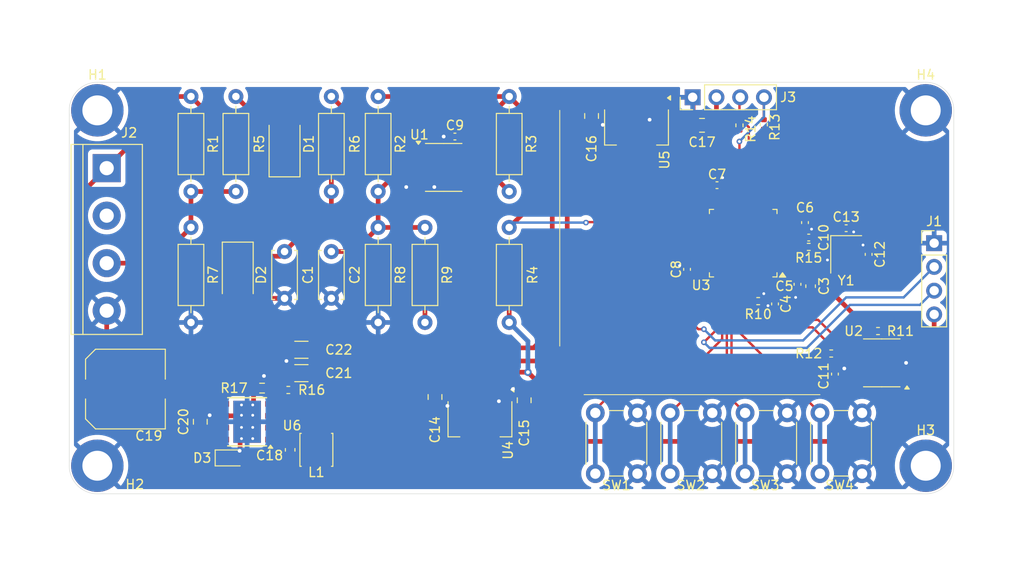
<source format=kicad_pcb>
(kicad_pcb (version 20240108) (generator "pcbnew") (generator_version "8.0")
  (layers (0 "F.Cu" signal) (31 "B.Cu" signal) (34 "B.Paste" user) (35 "F.Paste" user) (36 "B.SilkS" user "B.Silkscreen") (37 "F.SilkS" user "F.Silkscreen") (38 "B.Mask" user) (39 "F.Mask" user) (44 "Edge.Cuts" user))
  (net 0 "")
  (net 1 "GND")
  (net 2 "Net-(U1A-+)")
  (net 3 "+12V")
  (net 4 "+3V3")
  (net 5 "+5V")
  (net 6 "/NRST")
  (net 7 "/HSE_IN")
  (net 8 "/OSCLO")
  (net 9 "/PH")
  (net 10 "/BOOT")
  (net 11 "/SENS")
  (net 12 "/SCL1")
  (net 13 "/SDA1")
  (net 14 "/SWCLK")
  (net 15 "/SWDIO")
  (net 16 "/BOOT0")
  (net 17 "/HSE_OUT")
  (net 18 "Net-(U1B--)")
  (net 19 "/SIG")
  (net 20 "/VSENSE")
  (net 21 "/SDA2")
  (net 22 "/SCL2")
  (net 23 "Net-(U1A--)")
  (net 24 "/BTN1")
  (net 25 "/BTN2")
  (net 26 "/BTN3")
  (net 27 "/BTN4")
  (net 28 "Net-(D1-A)")
  (net 29 "Net-(J3-Pin_2)")
  (footprint "Resistor_SMD:R_0402_1005Metric" (layer "F.Cu") (at 125.2 91.509999 -90)
    (property "Reference" "R13")
    (property "Value" "4.7k")
  )
  (footprint "Package_TO_SOT_SMD:SOT-223-3_TabPin2" (layer "F.Cu") (at 111.6 91.8 -90)
    (property "Reference" "U5")
    (property "Value" "AMS1117-3.3")
  )
  (footprint "Resistor_SMD:R_0402_1005Metric" (layer "F.Cu") (at 122.6 91.6 -90)
    (property "Reference" "R14")
    (property "Value" "4.7k")
  )
  (footprint "Capacitor_SMD:C_0402_1005Metric" (layer "F.Cu") (at 132.8 118.2 90)
    (property "Reference" "C11")
    (property "Value" "100n")
  )
  (footprint "Capacitor_SMD:C_0805_2012Metric" (layer "F.Cu") (at 99.6 121 90)
    (property "Reference" "C15")
    (property "Value" "22u")
  )
  (footprint "Diode_SMD:D_SMA" (layer "F.Cu") (at 69 107.6 -90)
    (property "Reference" "D2")
    (property "Value" "US1M")
  )
  (footprint "Capacitor_SMD:C_0402_1005Metric" (layer "F.Cu") (at 130 103.6)
    (property "Reference" "C10")
    (property "Value" "100n")
  )
  (footprint "Capacitor_SMD:C_Elec_8x6.2" (layer "F.Cu") (at 57 119.8)
    (property "Reference" "C19")
    (property "Value" "100u")
  )
  (footprint "Package_SO:SOIC-8_3.9x4.9mm_P1.27mm" (layer "F.Cu") (at 137.8 117 180)
    (property "Reference" "U2")
    (property "Value" "AT24CS32-SSHM")
  )
  (footprint "Capacitor_SMD:C_0402_1005Metric" (layer "F.Cu") (at 120.2 98)
    (property "Reference" "C7")
    (property "Value" "100n")
  )
  (footprint "MountingHole:MountingHole_3.2mm_M3_DIN965_Pad" (layer "F.Cu") (at 142.5 90)
    (property "Reference" "H4")
    (property "Value" "MountingHole_Pad")
  )
  (footprint "Connector_PinHeader_2.54mm:PinHeader_1x04_P2.54mm_Vertical" (layer "F.Cu") (at 143.4 104.2)
    (property "Reference" "J1")
    (property "Value" "Conn_01x04_Pin")
  )
  (footprint "MountingHole:MountingHole_3.2mm_M3_DIN965_Pad" (layer "F.Cu") (at 142.5 128)
    (property "Reference" "H3")
    (property "Value" "MountingHole_Pad")
  )
  (footprint "Capacitor_SMD:C_1206_3216Metric" (layer "F.Cu") (at 75.8 115.6 180)
    (property "Reference" "C22")
    (property "Value" "47uF")
  )
  (footprint "Capacitor_SMD:C_0402_1005Metric" (layer "F.Cu") (at 126.4 110.7 -90)
    (property "Reference" "C4")
    (property "Value" "100n")
  )
  (footprint "Resistor_THT:R_Axial_DIN0207_L6.3mm_D2.5mm_P10.16mm_Horizontal" (layer "F.Cu") (at 98 88.520001 -90)
    (property "Reference" "R3")
    (property "Value" "4.7k")
  )
  (footprint "Button_Switch_THT:SW_PUSH_6mm" (layer "F.Cu") (at 107.2 128.85 90)
    (property "Reference" "SW1")
    (property "Value" "SW_Push")
  )
  (footprint "Package_QFP:LQFP-48_7x7mm_P0.5mm" (layer "F.Cu") (at 123 104.2 180)
    (property "Reference" "U3")
    (property "Value" "STM32F103C8T6")
  )
  (footprint "Resistor_THT:R_Axial_DIN0207_L6.3mm_D2.5mm_P10.16mm_Horizontal" (layer "F.Cu") (at 64 88.52 -90)
    (property "Reference" "R1")
    (property "Value" "10k")
  )
  (footprint "Capacitor_THT:C_Disc_D5.0mm_W2.5mm_P5.00mm" (layer "F.Cu") (at 74 105.1 -90)
    (property "Reference" "C1")
    (property "Value" "12p")
  )
  (footprint "Resistor_SMD:R_0402_1005Metric" (layer "F.Cu") (at 74.4 119.9)
    (property "Reference" "R16")
    (property "Value" "10k")
  )
  (footprint "Resistor_SMD:R_0402_1005Metric" (layer "F.Cu") (at 130 104.6 180)
    (property "Reference" "R15")
    (property "Value" "510")
  )
  (footprint "TerminalBlock:TerminalBlock_bornier-4_P5.08mm" (layer "F.Cu") (at 55 96.18 -90)
    (property "Reference" "J2")
    (property "Value" "Screw_Terminal_01x04")
  )
  (footprint "Package_SO:SOIC-8_3.9x4.9mm_P1.27mm" (layer "F.Cu") (at 91 96.1)
    (property "Reference" "U1")
    (property "Value" "LM393")
  )
  (footprint "Capacitor_SMD:C_0603_1608Metric" (layer "F.Cu") (at 130.2 108.8 -90)
    (property "Reference" "C3")
    (property "Value" "10u")
  )
  (footprint "Package_SO:TI_SO-PowerPAD-8_ThermalVias" (layer "F.Cu") (at 70 123.3 180)
    (property "Reference" "U6")
    (property "Value" "TPS5430DDA")
  )
  (footprint "Crystal:Crystal_SMD_3225-4Pin_3.2x2.5mm" (layer "F.Cu") (at 134 105.4 -90)
    (property "Reference" "Y1")
    (property "Value" "16MHz")
  )
  (footprint "Button_Switch_THT:SW_PUSH_6mm" (layer "F.Cu") (at 115.2 128.85 90)
    (property "Reference" "SW2")
    (property "Value" "SW_Push")
  )
  (footprint "Resistor_SMD:R_0402_1005Metric" (layer "F.Cu") (at 124.6 110.4 180)
    (property "Reference" "R10")
    (property "Value" "4.7k")
  )
  (footprint "Capacitor_SMD:C_0805_2012Metric" (layer "F.Cu") (at 106.8 90.6 -90)
    (property "Reference" "C16")
    (property "Value" "22u")
  )
  (footprint "Capacitor_SMD:C_0402_1005Metric" (layer "F.Cu") (at 134 102.6 180)
    (property "Reference" "C13")
    (property "Value" "10p")
  )
  (footprint "Capacitor_SMD:C_0805_2012Metric" (layer "F.Cu") (at 118.6 91.6 180)
    (property "Reference" "C17")
    (property "Value" "22u")
  )
  (footprint "Resistor_THT:R_Axial_DIN0207_L6.3mm_D2.5mm_P10.16mm_Horizontal" (layer "F.Cu") (at 79 98.68 90)
    (property "Reference" "R6")
    (property "Value" "500")
  )
  (footprint "Resistor_SMD:R_0402_1005Metric" (layer "F.Cu") (at 132.4 116)
    (property "Reference" "R12")
    (property "Value" "4.7k")
  )
  (footprint "Capacitor_SMD:C_0402_1005Metric" (layer "F.Cu") (at 117 107 90)
    (property "Reference" "C8")
    (property "Value" "100n")
  )
  (footprint "Capacitor_SMD:C_1206_3216Metric" (layer "F.Cu") (at 75.8 118.1 180)
    (property "Reference" "C21")
    (property "Value" "47uF")
  )
  (footprint "Resistor_SMD:R_0402_1005Metric" (layer "F.Cu") (at 137.4 113.6 180)
    (property "Reference" "R11")
    (property "Value" "4.7k")
  )
  (footprint "MountingHole:MountingHole_3.2mm_M3_DIN965_Pad" (layer "F.Cu") (at 54 90)
    (property "Reference" "H1")
    (property "Value" "MountingHole_Pad")
  )
  (footprint "Capacitor_SMD:C_0402_1005Metric" (layer "F.Cu") (at 128.8 108.6 -90)
    (property "Reference" "C5")
    (property "Value" "100n")
  )
  (footprint "Capacitor_SMD:C_0402_1005Metric" (layer "F.Cu") (at 129.6 102 -90)
    (property "Reference" "C6")
    (property "Value" "100n")
  )
  (footprint "Diode_SMD:D_SOD-323" (layer "F.Cu") (at 68.2 127.165001)
    (property "Reference" "D3")
    (property "Value" "1N5819WS")
  )
  (footprint "Resistor_THT:R_Axial_DIN0207_L6.3mm_D2.5mm_P10.16mm_Horizontal" (layer "F.Cu") (at 89 102.52 -90)
    (property "Reference" "R9")
    (property "Value" "75k")
  )
  (footprint "Resistor_THT:R_Axial_DIN0207_L6.3mm_D2.5mm_P10.16mm_Horizontal" (layer "F.Cu") (at 68.8 98.68 90)
    (property "Reference" "R5")
    (property "Value" "10k")
  )
  (footprint "Resistor_THT:R_Axial_DIN0207_L6.3mm_D2.5mm_P10.16mm_Horizontal" (layer "F.Cu") (at 84 102.52 -90)
    (property "Reference" "R8")
    (property "Value" "47k")
  )
  (footprint "Button_Switch_THT:SW_PUSH_6mm" (layer "F.Cu") (at 131.2 128.85 90)
    (property "Reference" "SW4")
    (property "Value" "SW_Push")
  )
  (footprint "Capacitor_SMD:C_0402_1005Metric" (layer "F.Cu") (at 92.2 92.8 180)
    (property "Reference" "C9")
    (property "Value" "100n")
  )
  (footprint "Capacitor_SMD:C_0402_1005Metric" (layer "F.Cu") (at 136.4 105.4 -90)
    (property "Reference" "C12")
    (property "Value" "10p")
  )
  (footprint "Package_TO_SOT_SMD:SOT-223-3_TabPin2" (layer "F.Cu") (at 94.874999 123 -90)
    (property "Reference" "U4")
    (property "Value" "AMS1117-3.3")
  )
  (footprint "MountingHole:MountingHole_3.2mm_M3_DIN965_Pad" (layer "F.Cu") (at 54 128)
    (property "Reference" "H2")
    (property "Value" "MountingHole_Pad")
  )
  (footprint "Capacitor_THT:C_Disc_D5.0mm_W2.5mm_P5.00mm" (layer "F.Cu") (at 79 105.1 -90)
    (property "Reference" "C2")
    (property "Value" "12p")
  )
  (footprint "Resistor_THT:R_Axial_DIN0207_L6.3mm_D2.5mm_P10.16mm_Horizontal" (layer "F.Cu") (at 98 112.68 90)
    (property "Reference" "R4")
    (property "Value" "4.7k")
  )
  (footprint "Capacitor_SMD:C_0805_2012Metric" (layer "F.Cu") (at 90.074999 120.650001 -90)
    (property "Reference" "C14")
    (property "Value" "22u")
  )
  (footprint "Inductor_SMD:L_Changjiang_FNR3010S" (layer "F.Cu") (at 77.4 126.3 90)
    (property "Reference" "L1")
    (property "Value" "15uH")
  )
  (footprint "Resistor_SMD:R_0603_1608Metric_Pad0.98x0.95mm_HandSolder" (layer "F.Cu") (at 71.6 119.7)
    (property "Reference" "R17")
    (property "Value" "3k")
  )
  (footprint "Diode_SMD:D_SMA" (layer "F.Cu") (at 74 93.6 90)
    (property "Reference" "D1")
    (property "Value" "US1M")
  )
  (footprint "Resistor_THT:R_Axial_DIN0207_L6.3mm_D2.5mm_P10.16mm_Horizontal" (layer "F.Cu") (at 64 102.52 -90)
    (property "Reference" "R7")
    (property "Value" "10k")
  )
  (footprint "Capacitor_SMD:C_0805_2012Metric" (layer "F.Cu") (at 65 123.3 90)
    (property "Reference" "C20")
    (property "Value" "10u")
  )
  (footprint "Capacitor_SMD:C_0603_1608Metric" (layer "F.Cu") (at 74.6 126.3 -90)
    (property "Reference" "C18")
    (property "Value" "10n")
  )
  (footprint "Connector_PinHeader_2.54mm:PinHeader_1x04_P2.54mm_Vertical" (layer "F.Cu") (at 117.6 88.6 90)
    (property "Reference" "J3")
    (property "Value" "Conn_01x04_Pin")
  )
  (footprint "Resistor_THT:R_Axial_DIN0207_L6.3mm_D2.5mm_P10.16mm_Horizontal" (layer "F.Cu") (at 84 88.52 -90)
    (property "Reference" "R2")
    (property "Value" "47k")
  )
  (footprint "Button_Switch_THT:SW_PUSH_6mm" (layer "F.Cu") (at 123.2 128.85 90)
    (property "Reference" "SW3")
    (property "Value" "SW_Push")
  )
  (gr_line (start 103.4 90) (end 103.4 115.2) (stroke (width 0.1)) (layer "F.SilkS"))
  (gr_line (start 106 120.4) (end 131.2 120.4) (stroke (width 0.1)) (layer "F.SilkS"))
  (gr_arc (start 145.5 128) (mid 144.62132 130.12132) (end 142.5 131) (stroke (width 0.05)) (layer "Edge.Cuts"))
  (gr_line (start 145.5 90) (end 145.5 128) (stroke (width 0.05)) (layer "Edge.Cuts"))
  (gr_line (start 142.5 131) (end 54 131) (stroke (width 0.05)) (layer "Edge.Cuts"))
  (gr_arc (start 51 90) (mid 51.87868 87.87868) (end 54 87) (stroke (width 0.05)) (layer "Edge.Cuts"))
  (gr_arc (start 54 131) (mid 51.87868 130.12132) (end 51 128) (stroke (width 0.05)) (layer "Edge.Cuts"))
  (gr_line (start 54 87) (end 142.5 87) (stroke (width 0.05)) (layer "Edge.Cuts"))
  (gr_arc (start 142.5 87) (mid 144.62132 87.87868) (end 145.5 90) (stroke (width 0.05)) (layer "Edge.Cuts"))
  (gr_line (start 51 128) (end 51 90) (stroke (width 0.05)) (layer "Edge.Cuts"))
  (segment (start 130.3 102.7) (end 130.48 102.88) (width 0.254) (layer "F.Cu") (net 1))
  (segment (start 65.314999 122.665) (end 65 122.350001) (width 0.5) (layer "F.Cu") (net 1))
  (segment (start 130.3 102.7) (end 130.08 102.48) (width 0.254) (layer "F.Cu") (net 1))
  (segment (start 128.35 103.45) (end 127.1625 103.45) (width 0.254) (layer "F.Cu") (net 1))
  (segment (start 125.889999 111.18) (end 125.109999 110.4) (width 0.254) (layer "F.Cu") (net 1))
  (segment (start 134.85 104.55) (end 133.15 106.25) (width 0.254) (layer "F.Cu") (net 1))
  (segment (start 134.8 103) (end 134.48 102.68) (width 0.254) (layer "F.Cu") (net 1))
  (segment (start 74.324999 115.6) (end 74.324999 116.675001) (width 0.5) (layer "F.Cu") (net 1))
  (segment (start 74 110.1) (end 69.499999 110.1) (width 0.5) (layer "F.Cu") (net 1))
  (segment (start 140.4 117) (end 140.275 116.874999) (width 0.5) (layer "F.Cu") (net 1))
  (segment (start 120.68 98) (end 120.68 97.32) (width 0.254) (layer "F.Cu") (net 1))
  (segment (start 74.024999 118.4) (end 71.8 118.4) (width 0.5) (layer "F.Cu") (net 1))
  (segment (start 133.92 117.72) (end 135.24 117.72) (width 0.5) (layer "F.Cu") (net 1))
  (segment (start 129.295 109.575) (end 128.8 109.08) (width 0.5) (layer "F.Cu") (net 1))
  (segment (start 129.6 102.48) (end 129.32 102.48) (width 0.254) (layer "F.Cu") (net 1))
  (segment (start 130.08 102.48) (end 129.6 102.48) (width 0.254) (layer "F.Cu") (net 1))
  (segment (start 74.324999 116.924999) (end 74.324999 118.1) (width 0.5) (layer "F.Cu") (net 1))
  (segment (start 133.15 106.5) (end 132.5 106.5) (width 0.254) (layer "F.Cu") (net 1))
  (segment (start 133.68 117.72) (end 133.8 117.599999) (width 0.5) (layer "F.Cu") (net 1))
  (segment (start 65.935 122.665) (end 65.314999 122.665) (width 0.5) (layer "F.Cu") (net 1))
  (segment (start 69.2 126.4) (end 69.25 126.35) (width 0.5) (layer "F.Cu") (net 1))
  (segment (start 108 91.549999) (end 106.8 91.549999) (width 0.5) (layer "F.Cu") (net 1))
  (segment (start 96.9 121.1) (end 97.174999 120.825001) (width 0.5) (layer "F.Cu") (net 1))
  (segment (start 91.6 121.8) (end 91.4 121.6) (width 0.5) (layer "F.Cu") (net 1))
  (segment (start 117 106.52) (end 117.07 106.45) (width 0.254) (layer "F.Cu") (net 1))
  (segment (start 116.28 106.52) (end 117 106.52) (width 0.254) (layer "F.Cu") (net 1))
  (segment (start 62.449999 119.8) (end 65 122.350001) (width 0.5) (layer "F.Cu") (net 1))
  (segment (start 60.0875 119.8) (end 55 114.7125) (width 0.5) (layer "F.Cu") (net 1))
  (segment (start 120.68 97.32) (end 120.8 97.2) (width 0.254) (layer "F.Cu") (net 1))
  (segment (start 117.6 88.6) (end 113.95 88.6) (width 0.5) (layer "F.Cu") (net 1))
  (segment (start 70.6875 121.4125) (end 70.6 121.5) (width 0.5) (layer "F.Cu") (net 1))
  (segment (start 97.174999 119.85) (end 98.35 119.85) (width 0.5) (layer "F.Cu") (net 1))
  (segment (start 60.0875 119.8) (end 62.449999 119.8) (width 0.5) (layer "F.Cu") (net 1))
  (segment (start 135.88 104.4) (end 135.8 104.4) (width 0.254) (layer "F.Cu") (net 1))
  (segment (start 96.2 121.8) (end 91.6 121.8) (width 0.5) (layer "F.Cu") (net 1))
  (segment (start 120.75 98.07) (end 120.68 98) (width 0.254) (layer "F.Cu") (net 1))
  (segment (start 120.75 100.0375) (end 120.75 98.07) (width 0.254) (layer "F.Cu") (net 1))
  (segment (start 129.32 102.48) (end 128.35 103.45) (width 0.254) (layer "F.Cu") (net 1))
  (segment (start 116.2 106.6) (end 116.28 106.52) (width 0.254) (layer "F.Cu") (net 1))
  (segment (start 53.9125 127.9125) (end 54 128) (width 0.5) (layer "F.Cu") (net 1))
  (segment (start 117.650001 88.650001) (end 117.6 88.6) (width 0.5) (layer "F.Cu") (net 1))
  (segment (start 99.399999 119.85) (end 99.6 120.050001) (width 0.5) (layer "F.Cu") (net 1))
  (segment (start 128.8 109.8) (end 128.6 110) (width 0.254) (layer "F.Cu") (net 1))
  (segment (start 134.85 104.3) (end 134.85 104.55) (width 0.254) (layer "F.Cu") (net 1))
  (segment (start 70.6875 119.7) (end 70.6875 121.4125) (width 0.5) (layer "F.Cu") (net 1))
  (segment (start 113.9 88.65) (end 113.9 90.1) (width 0.5) (layer "F.Cu") (net 1))
  (segment (start 70.6875 119.5125) (end 70.6875 119.7) (width 0.5) (layer "F.Cu") (net 1))
  (segment (start 67.3 122.665) (end 66.065 122.665) (width 0.5) (layer "F.Cu") (net 1))
  (segment (start 125.25 110.259999) (end 125.25 109.65) (width 0.254) (layer "F.Cu") (net 1))
  (segment (start 134.48 102.68) (end 134.48 102.6) (width 0.254) (layer "F.Cu") (net 1))
  (segment (start 55 114.7125) (end 55 111.42) (width 0.5) (layer "F.Cu") (net 1))
  (segment (start 113.95 88.6) (end 113.9 88.65) (width 0.5) (layer "F.Cu") (net 1))
  (segment (start 74.2 116.8) (end 74.324999 116.924999) (width 0.5) (layer "F.Cu") (net 1))
  (segment (start 91.72 92.8) (end 91 92.8) (width 0.5) (layer "F.Cu") (net 1))
  (segment (start 125.25 109.65) (end 125.2 109.6) (width 0.254) (layer "F.Cu") (net 1))
  (segment (start 90.074999 121.6) (end 91.4 121.6) (width 0.5) (layer "F.Cu") (net 1))
  (segment (start 134.8 103) (end 134.8 104.25) (width 0.254) (layer "F.Cu") (net 1))
  (segment (start 96.9 121.1) (end 96.2 121.8) (width 0.5) (layer "F.Cu") (net 1))
  (segment (start 130.48 102.88) (end 130.48 103.6) (width 0.254) (layer "F.Cu") (net 1))
  (segment (start 117.07 106.45) (end 118.8375 106.45) (width 0.254) (layer "F.Cu") (net 1))
  (segment (start 98.35 119.85) (end 98.4 119.8) (width 0.5) (layer "F.Cu") (net 1))
  (segment (start 140.275 117.125) (end 140.4 117) (width 0.5) (layer "F.Cu") (net 1))
  (segment (start 127.42 111.18) (end 126.4 111.18) (width 0.254) (layer "F.Cu") (net 1))
  (segment (start 87.195 98.005) (end 87 98.2) (width 0.5) (layer "F.Cu") (net 1))
  (segment (start 71.8 118.4) (end 70.6875 119.5125) (width 0.5) (layer "F.Cu") (net 1))
  (segment (start 135.8 104.4) (end 135.8 104.32) (width 0.254) (layer "F.Cu") (net 1))
  (segment (start 97.174999 120.825001) (end 97.174999 119.825001) (width 0.5) (layer "F.Cu") (net 1))
  (segment (start 98.4 119.8) (end 98.45 119.85) (width 0.5) (layer "F.Cu") (net 1))
  (segment (start 74.324999 118.1) (end 74.024999 118.4) (width 0.5) (layer "F.Cu") (net 1))
  (segment (start 133.8 117.599999) (end 133.92 117.72) (width 0.5) (layer "F.Cu") (net 1))
  (segment (start 128.8 109.08) (end 128.8 109.8) (width 0.254) (layer "F.Cu") (net 1))
  (segment (start 126.4 111.18) (end 125.889999 111.18) (width 0.254) (layer "F.Cu") (net 1))
  (segment (start 69.499999 110.1) (end 69 109.600001) (width 0.5) (layer "F.Cu") (net 1))
  (segment (start 136.4 104.92) (end 135.88 104.4) (width 0.254) (layer "F.Cu") (net 1))
  (segment (start 88.525 98.005) (end 87.195 98.005) (width 0.5) (layer "F.Cu") (net 1))
  (segment (start 67.3 122.665) (end 69.335 122.665) (width 0.5) (layer "F.Cu") (net 1))
  (segment (start 69.25 126.45) (end 69.2 126.4) (width 0.5) (layer "F.Cu") (net 1))
  (segment (start 140.275 116.874999) (end 140.275 115.094999) (width 0.5) (layer "F.Cu") (net 1))
  (segment (start 135.24 117.72) (end 135.325 117.635) (width 0.5) (layer "F.Cu") (net 1))
  (segment (start 125.25 109.55) (end 125.25 108.3625) (width 0.254) (layer "F.Cu") (net 1))
  (segment (start 128.6 110) (end 127.42 111.18) (width 0.254) (layer "F.Cu") (net 1))
  (segment (start 134.8 104.25) (end 134.85 104.3) (width 0.254) (layer "F.Cu") (net 1))
  (segment (start 117.650001 91.6) (end 117.650001 88.650001) (width 0.5) (layer "F.Cu") (net 1))
  (segment (start 135.325 117.635) (end 140.275 117.635001) (width 0.5) (layer "F.Cu") (net 1))
  (segment (start 88.525 98.005) (end 89.805 98.005) (width 0.5) (layer "F.Cu") (net 1))
  (segment (start 125.2 109.6) (end 125.25 109.55) (width 0.254) (layer "F.Cu") (net 1))
  (segment (start 113.9 90.1) (end 113 91) (width 0.5) (layer "F.Cu") (net 1))
  (segment (start 69.25 126.35) (end 69.25 125.25) (width 0.5) (layer "F.Cu") (net 1))
  (segment (start 69.335 122.665) (end 69.4 122.6) (width 0.5) (layer "F.Cu") (net 1))
  (segment (start 89.805 98.005) (end 90 98.2) (width 0.5) (layer "F.Cu") (net 1))
  (segment (start 133.15 106.25) (end 133.15 106.5) (width 0.254) (layer "F.Cu") (net 1))
  (segment (start 135.8 104.32) (end 135.78 104.3) (width 0.254) (layer "F.Cu") (net 1))
  (segment (start 132.8 117.72) (end 133.68 117.72) (width 0.5) (layer "F.Cu") (net 1))
  (segment (start 125.109999 110.4) (end 125.25 110.259999) (width 0.254) (layer "F.Cu") (net 1))
  (segment (start 69.25 127.165001) (end 69.25 126.45) (width 0.5) (layer "F.Cu") (net 1))
  (segment (start 140.275 118.905) (end 140.275 117.125) (width 0.5) (layer "F.Cu") (net 1))
  (segment (start 135.78 104.3) (end 134.85 104.3) (width 0.254) (layer "F.Cu") (net 1))
  (segment (start 66 122.6) (end 65.935 122.665) (width 0.5) (layer "F.Cu") (net 1))
  (segment (start 66.065 122.665) (end 66 122.6) (width 0.5) (layer "F.Cu") (net 1))
  (segment (start 74.324999 116.675001) (end 74.2 116.8) (width 0.5) (layer "F.Cu") (net 1))
  (segment (start 98.45 119.85) (end 99.399999 119.85) (width 0.5) (layer "F.Cu") (net 1))
  (segment (start 132.5 106.5) (end 132 106) (width 0.254) (layer "F.Cu") (net 1))
  (segment (start 130.2 109.575) (end 129.295 109.575) (width 0.5) (layer "F.Cu") (net 1))
  (segment (start 69.25 125.25) (end 69.4 125.1) (width 0.5) (layer "F.Cu") (net 1))
  (via (at 71.8 118.4) (size 0.8) (drill 0.4) (layers "F.Cu" "B.Cu") (net 1))
  (via (at 113 91) (size 0.8) (drill 0.4) (layers "F.Cu" "B.Cu") (net 1))
  (via (at 98.4 119.8) (size 0.8) (drill 0.4) (layers "F.Cu" "B.Cu") (net 1))
  (via (at 135.8 104.4) (size 0.6) (drill 0.3) (layers "F.Cu" "B.Cu") (net 1))
  (via (at 66 122.6) (size 0.8) (drill 0.4) (layers "F.Cu" "B.Cu") (net 1))
  (via (at 116.2 106.6) (size 0.6) (drill 0.3) (layers "F.Cu" "B.Cu") (net 1))
  (via (at 120.8 97.2) (size 0.6) (drill 0.3) (layers "F.Cu" "B.Cu") (net 1))
  (via (at 91 92.8) (size 0.8) (drill 0.4) (layers "F.Cu" "B.Cu") (net 1))
  (via (at 128.6 110) (size 0.6) (drill 0.3) (layers "F.Cu" "B.Cu") (net 1))
  (via (at 90 98.2) (size 0.8) (drill 0.4) (layers "F.Cu" "B.Cu") (net 1))
  (via (at 125.2 109.6) (size 0.6) (drill 0.3) (layers "F.Cu" "B.Cu") (net 1))
  (via (at 134.8 103) (size 0.6) (drill 0.3) (layers "F.Cu" "B.Cu") (net 1))
  (via (at 130.3 102.7) (size 0.6) (drill 0.3) (layers "F.Cu" "B.Cu") (net 1))
  (via (at 69.2 126.4) (size 0.8) (drill 0.4) (layers "F.Cu" "B.Cu") (net 1))
  (via (at 132 106) (size 0.6) (drill 0.3) (layers "F.Cu" "B.Cu") (net 1))
  (via (at 91.4 121.6) (size 0.8) (drill 0.4) (layers "F.Cu" "B.Cu") (net 1))
  (via (at 108 91.549999) (size 0.8) (drill 0.4) (layers "F.Cu" "B.Cu") (net 1))
  (via (at 133.8 117.599999) (size 0.8) (drill 0.4) (layers "F.Cu" "B.Cu") (net 1))
  (via (at 96.9 121.1) (size 0.8) (drill 0.4) (layers "F.Cu" "B.Cu") (net 1))
  (via (at 140.4 117) (size 0.8) (drill 0.4) (layers "F.Cu" "B.Cu") (net 1))
  (via (at 87 98.2) (size 0.8) (drill 0.4) (layers "F.Cu" "B.Cu") (net 1))
  (via (at 74.2 116.8) (size 0.8) (drill 0.4) (layers "F.Cu" "B.Cu") (net 1))
  (via (at 125.647315 110.887285) (size 0.6) (drill 0.3) (layers "F.Cu" "B.Cu") (net 1))
  (segment (start 84 98.68) (end 85.945 96.735) (width 0.5) (layer "F.Cu") (net 2))
  (segment (start 84 102.52) (end 84 98.68) (width 0.5) (layer "F.Cu") (net 2))
  (segment (start 84 102.52) (end 89 102.52) (width 0.5) (layer "F.Cu") (net 2))
  (segment (start 85.945 96.735) (end 88.525 96.735) (width 0.5) (layer "F.Cu") (net 2))
  (segment (start 79 105.1) (end 81.42 105.1) (width 0.5) (layer "F.Cu") (net 2))
  (segment (start 81.42 105.1) (end 84 102.52) (width 0.5) (layer "F.Cu") (net 2))
  (segment (start 68.6 101.4) (end 66.4 103.6) (width 0.5) (layer "F.Cu") (net 3))
  (segment (start 102.6 93.120001) (end 98 88.520001) (width 0.5) (layer "F.Cu") (net 3))
  (segment (start 74 95.600001) (end 74 98.2) (width 0.5) (layer "F.Cu") (net 3))
  (segment (start 58.362499 124.249999) (end 53.9125 119.8) (width 0.5) (layer "F.Cu") (net 3))
  (segment (start 80 113.2) (end 82.2 115.4) (width 0.5) (layer "F.Cu") (net 3))
  (segment (start 65.314999 123.935) (end 67.3 123.935) (width 0.5) (layer "F.Cu") (net 3))
  (segment (start 74 95.600001) (end 71.080001 95.600001) (width 0.5) (layer "F.Cu") (net 3))
  (segment (start 65 124.249999) (end 65.314999 123.935) (width 0.5) (layer "F.Cu") (net 3))
  (segment (start 93.475 93.595) (end 93.475 94.195) (width 0.5) (layer "F.Cu") (net 3))
  (segment (start 71.080001 95.600001) (end 64 88.52) (width 0.5) (layer "F.Cu") (net 3))
  (segment (start 65 124.249999) (end 58.362499 124.249999) (width 0.5) (layer "F.Cu") (net 3))
  (segment (start 93.475 93.045001) (end 98 88.520001) (width 0.5) (layer "F.Cu") (net 3))
  (segment (start 92.68 92.8) (end 93.475 93.595) (width 0.5) (layer "F.Cu") (net 3))
  (segment (start 82.2 115.4) (end 100.6 115.4) (width 0.5) (layer "F.Cu") (net 3))
  (segment (start 102.6 113.4) (end 102.6 93.120001) (width 0.5) (layer "F.Cu") (net 3))
  (segment (start 100.6 115.4) (end 102.6 113.4) (width 0.5) (layer "F.Cu") (net 3))
  (segment (start 84 88.52) (end 98 88.520001) (width 0.5) (layer "F.Cu") (net 3))
  (segment (start 52.2 98.98) (end 55 96.18) (width 0.5) (layer "F.Cu") (net 3))
  (segment (start 66.4 103.6) (end 66.4 111.4) (width 0.5) (layer "F.Cu") (net 3))
  (segment (start 53.9125 119.8) (end 52.2 118.0875) (width 0.5) (layer "F.Cu") (net 3))
  (segment (start 68.2 113.2) (end 80 113.2) (width 0.5) (layer "F.Cu") (net 3))
  (segment (start 74 98.2) (end 70.8 101.4) (width 0.5) (layer "F.Cu") (net 3))
  (segment (start 62.66 88.52) (end 55 96.18) (width 0.5) (layer "F.Cu") (net 3))
  (segment (start 52.2 118.0875) (end 52.2 98.98) (width 0.5) (layer "F.Cu") (net 3))
  (segment (start 93.475 93.595) (end 93.475 93.045001) (width 0.5) (layer "F.Cu") (net 3))
  (segment (start 66.4 111.4) (end 68.2 113.2) (width 0.5) (layer "F.Cu") (net 3))
  (segment (start 70.8 101.4) (end 68.6 101.4) (width 0.5) (layer "F.Cu") (net 3))
  (segment (start 64 88.52) (end 62.66 88.52) (width 0.5) (layer "F.Cu") (net 3))
  (segment (start 128.8 107.6) (end 128.8 108.12) (width 0.254) (layer "F.Cu") (net 4))
  (segment (start 125.2 92.019998) (end 125.219998 92.019998) (width 0.254) (layer "F.Cu") (net 4))
  (segment (start 130.2 108.025) (end 128.895 108.025) (width 0.5) (layer "F.Cu") (net 4))
  (segment (start 118.8375 106.95) (end 120.25 106.95) (width 0.254) (layer "F.Cu") (net 4))
  (segment (start 126.4 110.22) (end 126.4 109.60625) (width 0.254) (layer "F.Cu") (net 4))
  (segment (start 100 118) (end 96 118) (width 0.5) (layer "F.Cu") (net 4))
  (segment (start 125.849999 102.950001) (end 125.4 103.4) (width 0.254) (layer "F.Cu") (net 4))
  (segment (start 132.8 118.68) (end 133.025 118.905) (width 0.5) (layer "F.Cu") (net 4))
  (segment (start 132.28 118.68) (end 132.8 118.68) (width 0.5) (layer "F.Cu") (net 4))
  (segment (start 125.4 103.4) (end 123.8 103.4) (width 0.254) (layer "F.Cu") (net 4))
  (segment (start 119.72 98.52) (end 119.72 98) (width 0.254) (layer "F.Cu") (net 4))
  (segment (start 131.025 108.025) (end 134.8 111.8) (width 0.5) (layer "F.Cu") (net 4))
  (segment (start 93.475 98.005) (end 95.2 99.73) (width 0.5) (layer "F.Cu") (net 4))
  (segment (start 94.874999 119.125001) (end 94.874999 119.850001) (width 0.5) (layer "F.Cu") (net 4))
  (segment (start 127.1625 106.95) (end 128.15 106.95) (width 0.254) (layer "F.Cu") (net 4))
  (segment (start 120.25 106.95) (end 123.8 103.4) (width 0.254) (layer "F.Cu") (net 4))
  (segment (start 128.049999 102.950001) (end 128.6 102.4) (width 0.254) (layer "F.Cu") (net 4))
  (segment (start 117.59375 107.4) (end 118.04375 106.95) (width 0.254) (layer "F.Cu") (net 4))
  (segment (start 101 121.4) (end 105 125.4) (width 0.5) (layer "F.Cu") (net 4))
  (segment (start 117 107.48) (end 117.08 107.4) (width 0.254) (layer "F.Cu") (net 4))
  (segment (start 120.25 101.25) (end 120.25 100.0375) (width 0.254) (layer "F.Cu") (net 4))
  (segment (start 101 119) (end 100 118) (width 0.5) (layer "F.Cu") (net 4))
  (segment (start 118.04375 106.95) (end 118.8375 106.95) (width 0.254) (layer "F.Cu") (net 4))
  (segment (start 120.25 99.05) (end 119.72 98.52) (width 0.254) (layer "F.Cu") (net 4))
  (segment (start 136.505 118.905) (end 140.1 122.5) (width 0.5) (layer "F.Cu") (net 4))
  (segment (start 137.2 125.4) (end 140.1 122.5) (width 0.5) (layer "F.Cu") (net 4))
  (segment (start 139.6 113.4) (end 139.6 113.6) (width 0.5) (layer "F.Cu") (net 4))
  (segment (start 119.72 94.48) (end 122.090001 92.109999) (width 0.254) (layer "F.Cu") (net 4))
  (segment (start 100.450001 121.949999) (end 101 121.4) (width 0.5) (layer "F.Cu") (net 4))
  (segment (start 125.75 108.3625) (end 125.75 107.65) (width 0.254) (layer "F.Cu") (net 4))
  (segment (start 117.08 107.4) (end 117.59375 107.4) (width 0.254) (layer "F.Cu") (net 4))
  (segment (start 131.890001 118.290001) (end 132.28 118.68) (width 0.5) (layer "F.Cu") (net 4))
  (segment (start 137.909999 113.6) (end 139.6 113.6) (width 0.5) (layer "F.Cu") (net 4))
  (segment (start 141.6 113.6) (end 143.4 115.4) (width 0.5) (layer "F.Cu") (net 4))
  (segment (start 127.1625 102.950001) (end 125.849999 102.950001) (width 0.254) (layer "F.Cu") (net 4))
  (segment (start 99.6 121.949999) (end 95.4 126.149999) (width 0.5) (layer "F.Cu") (net 4))
  (segment (start 128.895 108.025) (end 128.8 108.12) (width 0.5) (layer "F.Cu") (net 4))
  (segment (start 128.6 102.4) (end 128.6 102) (width 0.254) (layer "F.Cu") (net 4))
  (segment (start 126.45 106.95) (end 127.1625 106.95) (width 0.254) (layer "F.Cu") (net 4))
  (segment (start 135.325 118.905) (end 136.505 118.905) (width 0.5) (layer "F.Cu") (net 4))
  (segment (start 143.4 115.4) (end 143.4 111.82) (width 0.5) (layer "F.Cu") (net 4))
  (segment (start 138 111.8) (end 139.6 113.4) (width 0.5) (layer "F.Cu") (net 4))
  (segment (start 127.1625 102.950001) (end 128.049999 102.950001) (width 0.254) (layer "F.Cu") (net 4))
  (segment (start 122.4 103.4) (end 120.25 101.25) (width 0.254) (layer "F.Cu") (net 4))
  (segment (start 129.08 101.52) (end 129.6 101.52) (width 0.254) (layer "F.Cu") (net 4))
  (segment (start 125.219998 92.019998) (end 129.6 96.4) (width 0.254) (layer "F.Cu") (net 4))
  (segment (start 126.4 109.60625) (end 125.75 108.95625) (width 0.254) (layer "F.Cu") (net 4))
  (segment (start 120.25 100.0375) (end 120.25 99.05) (width 0.254) (layer "F.Cu") (net 4))
  (segment (start 128.15 106.95) (end 128.8 107.6) (width 0.254) (layer "F.Cu") (net 4))
  (segment (start 96 118) (end 94.874999 119.125001) (width 0.5) (layer "F.Cu") (net 4))
  (segment (start 122.090001 92.109999) (end 122.6 92.109999) (width 0.254) (layer "F.Cu") (net 4))
  (segment (start 101 121.4) (end 101 119) (width 0.5) (layer "F.Cu") (net 4))
  (segment (start 125.75 108.95625) (end 125.75 108.3625) (width 0.254) (layer "F.Cu") (net 4))
  (segment (start 125.75 107.65) (end 126.2 107.2) (width 0.254) (layer "F.Cu") (net 4))
  (segment (start 95.2 99.73) (end 95.2 103.4) (width 0.5) (layer "F.Cu") (net 4))
  (segment (start 105 125.4) (end 137.2 125.4) (width 0.5) (layer "F.Cu") (net 4))
  (segment (start 133.025 118.905) (end 135.325 118.905) (width 0.5) (layer "F.Cu") (net 4))
  (segment (start 129.6 96.4) (end 129.6 101.52) (width 0.254) (layer "F.Cu") (net 4))
  (segment (start 128.6 102) (end 129.08 101.52) (width 0.254) (layer "F.Cu") (net 4))
  (segment (start 119.72 98) (end 119.72 94.48) (width 0.254) (layer "F.Cu") (net 4))
  (segment (start 99.6 121.949999) (end 100.450001 121.949999) (width 0.5) (layer "F.Cu") (net 4))
  (segment (start 131.890001 116) (end 131.890001 118.290001) (width 0.5) (layer "F.Cu") (net 4))
  (segment (start 139.6 113.6) (end 141.6 113.6) (width 0.5) (layer "F.Cu") (net 4))
  (segment (start 98 106.2) (end 98 112.68) (width 0.5) (layer "F.Cu") (net 4))
  (segment (start 123.8 103.4) (end 122.4 103.4) (width 0.254) (layer "F.Cu") (net 4))
  (segment (start 130.2 108.025) (end 131.025 108.025) (width 0.5) (layer "F.Cu") (net 4))
  (segment (start 140.1 122.5) (end 143.4 119.2) (width 0.5) (layer "F.Cu") (net 4))
  (segment (start 95.2 103.4) (end 98 106.2) (width 0.5) (layer "F.Cu") (net 4))
  (segment (start 125.4 103.4) (end 125.4 106.4) (width 0.254) (layer "F.Cu") (net 4))
  (segment (start 126.2 107.2) (end 126.45 106.95) (width 0.254) (layer "F.Cu") (net 4))
  (segment (start 95.4 126.149999) (end 94.874999 126.149999) (width 0.5) (layer "F.Cu") (net 4))
  (segment (start 143.4 119.2) (end 143.4 115.4) (width 0.5) (layer "F.Cu") (net 4))
  (segment (start 125.4 106.4) (end 126.2 107.2) (width 0.254) (layer "F.Cu") (net 4))
  (segment (start 134.8 111.8) (end 138 111.8) (width 0.5) (layer "F.Cu") (net 4))
  (via (at 100 118) (size 0.8) (drill 0.4) (layers "F.Cu" "B.Cu") (net 4))
  (segment (start 100 114.68) (end 98 112.68) (width 0.5) (layer "B.Cu") (net 4))
  (segment (start 100 118) (end 100 114.68) (width 0.5) (layer "B.Cu") (net 4))
  (segment (start 87.6 116.8) (end 87.2 116.8) (width 0.5) (layer "F.Cu") (net 5))
  (segment (start 90.074999 119.700002) (end 87.6 117.225003) (width 0.5) (layer "F.Cu") (net 5))
  (segment (start 87.6 117.225003) (end 87.6 117.2) (width 0.5) (layer "F.Cu") (net 5))
  (segment (start 90.074999 119.700002) (end 92.425001 119.700002) (width 0.5) (layer "F.Cu") (net 5))
  (segment (start 74.909999 119.9) (end 75.5 119.9) (width 0.5) (layer "F.Cu") (net 5))
  (segment (start 106.8 89.650001) (end 108.299999 89.650001) (width 0.5) (layer "F.Cu") (net 5))
  (segment (start 92.425001 119.700002) (end 92.574999 119.85) (width 0.5) (layer "F.Cu") (net 5))
  (segment (start 87.2 116.8) (end 80.4 116.8) (width 0.5) (layer "F.Cu") (net 5))
  (segment (start 104.2 90.8) (end 104.2 114.4) (width 0.5) (layer "F.Cu") (net 5))
  (segment (start 105.349999 89.650001) (end 104.2 90.8) (width 0.5) (layer "F.Cu") (net 5))
  (segment (start 104.2 114.4) (end 101.8 116.8) (width 0.5) (layer "F.Cu") (net 5))
  (segment (start 87.6 117.225003) (end 87.6 116.8) (width 0.5) (layer "F.Cu") (net 5))
  (segment (start 77.275001 115.6) (end 77.275001 118.1) (width 0.5) (layer "F.Cu") (net 5))
  (segment (start 101.8 116.8) (end 87.6 116.8) (width 0.5) (layer "F.Cu") (net 5))
  (segment (start 76.2 115.6) (end 77.275001 115.6) (width 0.5) (layer "F.Cu") (net 5))
  (segment (start 87.6 117.2) (end 87.2 116.8) (width 0.5) (layer "F.Cu") (net 5))
  (segment (start 75.8 116) (end 76.2 115.6) (width 0.5) (layer "F.Cu") (net 5))
  (segment (start 77.4 119) (end 77.4 125.15) (width 0.5) (layer "F.Cu") (net 5))
  (segment (start 77.275001 118.1) (end 77.275001 118.875001) (width 0.5) (layer "F.Cu") (net 5))
  (segment (start 108.299999 89.650001) (end 109.3 88.65) (width 0.5) (layer "F.Cu") (net 5))
  (segment (start 77.275001 118.875001) (end 77.4 119) (width 0.5) (layer "F.Cu") (net 5))
  (segment (start 106.8 89.650001) (end 105.349999 89.650001) (width 0.5) (layer "F.Cu") (net 5))
  (segment (start 80.4 116.8) (end 79.2 115.6) (width 0.5) (layer "F.Cu") (net 5))
  (segment (start 75.5 119.9) (end 75.8 119.6) (width 0.5) (layer "F.Cu") (net 5))
  (segment (start 79.2 115.6) (end 77.275001 115.6) (width 0.5) (layer "F.Cu") (net 5))
  (segment (start 75.8 119.6) (end 75.8 116) (width 0.5) (layer "F.Cu") (net 5))
  (segment (start 129.2 103.6) (end 129.52 103.6) (width 0.254) (layer "F.Cu") (net 6))
  (segment (start 128.85 103.95) (end 129.2 103.6) (width 0.254) (layer "F.Cu") (net 6))
  (segment (start 127.1625 103.95) (end 128.85 103.95) (width 0.254) (layer "F.Cu") (net 6))
  (segment (start 129 105.6) (end 128.35 104.95) (width 0.254) (layer "F.Cu") (net 7))
  (segment (start 134.4 107.8) (end 132.2 107.8) (width 0.254) (layer "F.Cu") (net 7))
  (segment (start 128.35 104.95) (end 127.1625 104.95) (width 0.254) (layer "F.Cu") (net 7))
  (segment (start 134.85 106.5) (end 135.78 106.5) (width 0.254) (layer "F.Cu") (net 7))
  (segment (start 134.85 106.5) (end 134.85 107.35) (width 0.254) (layer "F.Cu") (net 7))
  (segment (start 132.2 107.8) (end 130 105.6) (width 0.254) (layer "F.Cu") (net 7))
  (segment (start 135.78 106.5) (end 136.4 105.88) (width 0.254) (layer "F.Cu") (net 7))
  (segment (start 130 105.6) (end 129 105.6) (width 0.254) (layer "F.Cu") (net 7))
  (segment (start 134.85 107.35) (end 134.4 107.8) (width 0.254) (layer "F.Cu") (net 7))
  (segment (start 133.15 104.3) (end 133.15 102.97) (width 0.254) (layer "F.Cu") (net 8))
  (segment (start 133.15 102.97) (end 133.52 102.6) (width 0.254) (layer "F.Cu") (net 8))
  (segment (start 132.85 104.6) (end 133.15 104.3) (width 0.254) (layer "F.Cu") (net 8))
  (segment (start 130.509999 104.6) (end 132.85 104.6) (width 0.254) (layer "F.Cu") (net 8))
  (segment (start 74.975 127.45) (end 77.4 127.45) (width 0.5) (layer "F.Cu") (net 9))
  (segment (start 67.15 127.35) (end 68 128.2) (width 0.5) (layer "F.Cu") (net 9))
  (segment (start 74.6 127.075) (end 74.975 127.45) (width 0.5) (layer "F.Cu") (net 9))
  (segment (start 67.15 127.165001) (end 67.15 125.355) (width 0.5) (layer "F.Cu") (net 9))
  (segment (start 73.475 128.2) (end 74.6 127.075) (width 0.5) (layer "F.Cu") (net 9))
  (segment (start 67.15 125.355) (end 67.3 125.205) (width 0.5) (layer "F.Cu") (net 9))
  (segment (start 67.15 127.165001) (end 67.15 127.35) (width 0.5) (layer "F.Cu") (net 9))
  (segment (start 68 128.2) (end 73.475 128.2) (width 0.5) (layer "F.Cu") (net 9))
  (segment (start 74.28 125.205) (end 72.7 125.205) (width 0.5) (layer "F.Cu") (net 10))
  (segment (start 74.6 125.525) (end 74.28 125.205) (width 0.5) (layer "F.Cu") (net 10))
  (segment (start 64 98.68) (end 64 102.52) (width 0.5) (layer "F.Cu") (net 11))
  (segment (start 64 98.68) (end 68.8 98.68) (width 0.5) (layer "F.Cu") (net 11))
  (segment (start 60.18 106.34) (end 64 102.52) (width 0.5) (layer "F.Cu") (net 11))
  (segment (start 55 106.34) (end 60.18 106.34) (width 0.5) (layer "F.Cu") (net 11))
  (segment (start 122.890001 91.090001) (end 122.6 91.090001) (width 0.254) (layer "F.Cu") (net 12))
  (segment (start 122.6 91.090001) (end 122.6 88.679999) (width 0.254) (layer "F.Cu") (net 12))
  (segment (start 123.6 97.2) (end 123.6 91.8) (width 0.254) (layer "F.Cu") (net 12))
  (segment (start 121.750001 99.049999) (end 123.6 97.2) (width 0.254) (layer "F.Cu") (net 12))
  (segment (start 122.6 88.679999) (end 122.679999 88.6) (width 0.254) (layer "F.Cu") (net 12))
  (segment (start 121.750001 100.0375) (end 121.750001 99.049999) (width 0.254) (layer "F.Cu") (net 12))
  (segment (start 123.6 91.8) (end 122.890001 91.090001) (width 0.254) (layer "F.Cu") (net 12))
  (segment (start 121.25 100.0375) (end 121.25 98.75) (width 0.254) (layer "F.Cu") (net 13))
  (segment (start 122.6 97.4) (end 122.6 93.4) (width 0.254) (layer "F.Cu") (net 13))
  (segment (start 121.8 98.2) (end 122.6 97.4) (width 0.254) (layer "F.Cu") (net 13))
  (segment (start 125.2 88.62) (end 125.22 88.6) (width 0.254) (layer "F.Cu") (net 13))
  (segment (start 125.2 91) (end 125.2 88.62) (width 0.254) (layer "F.Cu") (net 13))
  (segment (start 121.25 98.75) (end 121.8 98.2) (width 0.254) (layer "F.Cu") (net 13))
  (via (at 122.594001 93.328541) (size 0.6) (drill 0.3) (layers "F.Cu" "B.Cu") (net 13))
  (segment (start 122.594001 93.328541) (end 125.22 90.702542) (width 0.254) (layer "B.Cu") (net 13))
  (segment (start 125.22 90.702542) (end 125.22 88.6) (width 0.254) (layer "B.Cu") (net 13))
  (segment (start 118.8 114.8) (end 120.25 113.35) (width 0.254) (layer "F.Cu") (net 14))
  (segment (start 120.25 113.35) (end 120.25 108.3625) (width 0.254) (layer "F.Cu") (net 14))
  (via (at 118.8 114.8) (size 0.6) (drill 0.3) (layers "F.Cu" "B.Cu") (net 14))
  (segment (start 118.8 114.8) (end 119.4 115.4) (width 0.254) (layer "B.Cu") (net 14))
  (segment (start 141.879999 110.8) (end 143.4 109.279999) (width 0.254) (layer "B.Cu") (net 14))
  (segment (start 119.4 115.4) (end 129.8 115.4) (width 0.254) (layer "B.Cu") (net 14))
  (segment (start 129.8 115.4) (end 134.4 110.8) (width 0.254) (layer "B.Cu") (net 14))
  (segment (start 134.4 110.8) (end 141.879999 110.8) (width 0.254) (layer "B.Cu") (net 14))
  (segment (start 118.2 113.4) (end 115 110.2) (width 0.254) (layer "F.Cu") (net 15))
  (segment (start 115 110.2) (end 115 106.2) (width 0.254) (layer "F.Cu") (net 15))
  (segment (start 115 106.2) (end 115.6 105.6) (width 0.254) (layer "F.Cu") (net 15))
  (segment (start 117.75 105.95) (end 118.8375 105.95) (width 0.254) (layer "F.Cu") (net 15))
  (segment (start 115.6 105.6) (end 117.4 105.6) (width 0.254) (layer "F.Cu") (net 15))
  (segment (start 117.4 105.6) (end 117.75 105.95) (width 0.254) (layer "F.Cu") (net 15))
  (segment (start 118.8 113.4) (end 118.2 113.4) (width 0.254) (layer "F.Cu") (net 15))
  (via (at 118.8 113.4) (size 0.6) (drill 0.3) (layers "F.Cu" "B.Cu") (net 15))
  (segment (start 120 114.6) (end 129.4 114.6) (width 0.254) (layer "B.Cu") (net 15))
  (segment (start 134 110) (end 140.14 110) (width 0.254) (layer "B.Cu") (net 15))
  (segment (start 118.8 113.4) (end 120 114.6) (width 0.254) (layer "B.Cu") (net 15))
  (segment (start 129.4 114.6) (end 134 110) (width 0.254) (layer "B.Cu") (net 15))
  (segment (start 140.14 110) (end 143.4 106.74) (width 0.254) (layer "B.Cu") (net 15))
  (segment (start 124.090001 110.4) (end 123.75 110.059999) (width 0.254) (layer "F.Cu") (net 16))
  (segment (start 123.75 110.059999) (end 123.75 108.3625) (width 0.254) (layer "F.Cu") (net 16))
  (segment (start 127.1625 104.45) (end 129.340001 104.45) (width 0.254) (layer "F.Cu") (net 17))
  (segment (start 129.340001 104.45) (end 129.490001 104.6) (width 0.254) (layer "F.Cu") (net 17))
  (segment (start 89.795 94.195) (end 92.335 96.735) (width 0.5) (layer "F.Cu") (net 18))
  (segment (start 92.335 96.735) (end 93.475 96.735) (width 0.5) (layer "F.Cu") (net 18))
  (segment (start 89 112.68) (end 89 107.4) (width 0.5) (layer "F.Cu") (net 18))
  (segment (start 96.054999 96.735) (end 98 98.680001) (width 0.5) (layer "F.Cu") (net 18))
  (segment (start 91.4 97.67) (end 92.335 96.735) (width 0.5) (layer "F.Cu") (net 18))
  (segment (start 91.4 105) (end 91.4 97.67) (width 0.5) (layer "F.Cu") (net 18))
  (segment (start 93.475 96.735) (end 96.054999 96.735) (width 0.5) (layer "F.Cu") (net 18))
  (segment (start 88.525 94.195) (end 89.795 94.195) (width 0.5) (layer "F.Cu") (net 18))
  (segment (start 89 107.4) (end 91.4 105) (width 0.5) (layer "F.Cu") (net 18))
  (segment (start 106.25 101.95) (end 106.2 102) (width 0.254) (layer "F.Cu") (net 19))
  (segment (start 118.8375 101.95) (end 106.25 101.95) (width 0.254) (layer "F.Cu") (net 19))
  (segment (start 100.4 97.4) (end 100.4 100.12) (width 0.5) (layer "F.Cu") (net 19))
  (segment (start 93.475 95.465) (end 98.465 95.465) (width 0.5) (layer "F.Cu") (net 19))
  (segment (start 98.465 95.465) (end 100.4 97.4) (width 0.5) (layer "F.Cu") (net 19))
  (segment (start 100.4 100.12) (end 98 102.52) (width 0.5) (layer "F.Cu") (net 19))
  (via (at 106.2 102) (size 0.6) (drill 0.3) (layers "F.Cu" "B.Cu") (net 19))
  (segment (start 98.52 102) (end 98 102.52) (width 0.254) (layer "B.Cu") (net 19))
  (segment (start 106.2 102) (end 98.52 102) (width 0.254) (layer "B.Cu") (net 19))
  (segment (start 72.7 119.8875) (end 72.5125 119.7) (width 0.5) (layer "F.Cu") (net 20))
  (segment (start 72.7125 119.9) (end 73.890001 119.9) (width 0.5) (layer "F.Cu") (net 20))
  (segment (start 72.5125 119.7) (end 72.7125 119.9) (width 0.5) (layer "F.Cu") (net 20))
  (segment (start 72.7 121.395) (end 72.7 119.8875) (width 0.5) (layer "F.Cu") (net 20))
  (segment (start 135.325 115.095) (end 135.905 115.095) (width 0.254) (layer "F.Cu") (net 21))
  (segment (start 131 112.4) (end 133.695 115.095) (width 0.254) (layer "F.Cu") (net 21))
  (segment (start 124.4 112.4) (end 131 112.4) (width 0.254) (layer "F.Cu") (net 21))
  (segment (start 133.695 115.095) (end 135.325 115.095) (width 0.254) (layer "F.Cu") (net 21))
  (segment (start 123.25 108.3625) (end 123.25 111.25) (width 0.254) (layer "F.Cu") (net 21))
  (segment (start 136.890001 114.109999) (end 136.890001 113.6) (width 0.254) (layer "F.Cu") (net 21))
  (segment (start 135.905 115.095) (end 136.890001 114.109999) (width 0.254) (layer "F.Cu") (net 21))
  (segment (start 123.25 111.25) (end 124.4 112.4) (width 0.254) (layer "F.Cu") (net 21))
  (segment (start 122.75 108.3625) (end 122.75 109.154) (width 0.254) (layer "F.Cu") (net 22))
  (segment (start 130.4 113.2) (end 133.565 116.365) (width 0.254) (layer "F.Cu") (net 22))
  (segment (start 122.773 111.773) (end 124.2 113.2) (width 0.254) (layer "F.Cu") (net 22))
  (segment (start 133.565 116.365) (end 135.325 116.365) (width 0.254) (layer "F.Cu") (net 22))
  (segment (start 122.773 109.177) (end 122.773 111.773) (width 0.254) (layer "F.Cu") (net 22))
  (segment (start 122.75 109.154) (end 122.773 109.177) (width 0.254) (layer "F.Cu") (net 22))
  (segment (start 124.2 113.2) (end 130.4 113.2) (width 0.254) (layer "F.Cu") (net 22))
  (segment (start 88.525 95.465) (end 85.945 95.465) (width 0.5) (layer "F.Cu") (net 23))
  (segment (start 85.945 95.465) (end 79 88.52) (width 0.5) (layer "F.Cu") (net 23))
  (segment (start 107.2 122) (end 107.2 122.35) (width 0.254) (layer "F.Cu") (net 24))
  (segment (start 120.75 114.45) (end 115.6 119.6) (width 0.254) (layer "F.Cu") (net 24))
  (segment (start 120.75 108.3625) (end 120.75 114.45) (width 0.254) (layer "F.Cu") (net 24))
  (segment (start 115.6 119.6) (end 109.6 119.6) (width 0.254) (layer "F.Cu") (net 24))
  (segment (start 109.6 119.6) (end 107.2 122) (width 0.254) (layer "F.Cu") (net 24))
  (segment (start 107.2 128.85) (end 107.2 122.35) (width 0.5) (layer "B.Cu") (net 24))
  (segment (start 121.25 108.3625) (end 121.25 116.3) (width 0.254) (layer "F.Cu") (net 25))
  (segment (start 121.25 116.3) (end 115.2 122.35) (width 0.254) (layer "F.Cu") (net 25))
  (segment (start 115.2 128.85) (end 115.2 122.35) (width 0.5) (layer "B.Cu") (net 25))
  (segment (start 121.750001 108.3625) (end 121.750001 120.900001) (width 0.254) (layer "F.Cu") (net 26))
  (segment (start 121.750001 120.900001) (end 123.2 122.35) (width 0.254) (layer "F.Cu") (net 26))
  (segment (start 123.2 128.85) (end 123.2 122.35) (width 0.5) (layer "B.Cu") (net 26))
  (segment (start 131.2 122.35) (end 122.25 113.4) (width 0.254) (layer "F.Cu") (net 27))
  (segment (start 122.25 113.4) (end 122.25 108.3625) (width 0.254) (layer "F.Cu") (net 27))
  (segment (start 131.2 128.85) (end 131.2 122.35) (width 0.5) (layer "B.Cu") (net 27))
  (segment (start 74 105.1) (end 79 100.1) (width 0.5) (layer "F.Cu") (net 28))
  (segment (start 75.599999 91.599999) (end 79 95) (width 0.5) (layer "F.Cu") (net 28))
  (segment (start 71.879999 91.599999) (end 68.8 88.52) (width 0.5) (layer "F.Cu") (net 28))
  (segment (start 73.500001 105.599999) (end 74 105.1) (width 0.5) (layer "F.Cu") (net 28))
  (segment (start 74 91.599999) (end 75.599999 91.599999) (width 0.5) (layer "F.Cu") (net 28))
  (segment (start 79 98.68) (end 79 100.1) (width 0.5) (layer "F.Cu") (net 28))
  (segment (start 74 91.599999) (end 71.879999 91.599999) (width 0.5) (layer "F.Cu") (net 28))
  (segment (start 79 95) (end 79 98.68) (width 0.5) (layer "F.Cu") (net 28))
  (segment (start 69 105.599999) (end 73.500001 105.599999) (width 0.5) (layer "F.Cu") (net 28))
  (segment (start 111.6 94.949999) (end 116.450001 94.949999) (width 0.5) (layer "F.Cu") (net 29))
  (segment (start 116.450001 94.949999) (end 119.549999 91.850001) (width 0.5) (layer "F.Cu") (net 29))
  (segment (start 119.549999 91.850001) (end 119.549999 91.6) (width 0.5) (layer "F.Cu") (net 29))
  (segment (start 119.549999 91.6) (end 120.14 91.009999) (width 0.5) (layer "F.Cu") (net 29))
  (segment (start 111.6 88.650001) (end 111.6 94.949999) (width 0.5) (layer "F.Cu") (net 29))
  (segment (start 120.14 91.009999) (end 120.14 88.6) (width 0.5) (layer "F.Cu") (net 29))
  (zone (net 1) (net_name "GND") (layer "B.Cu") (connect_pads (clearance 0.5)) (min_thickness 0.25) (fill yes (thermal_gap 0.5) (thermal_bridge_width 0.5))
    (polygon (pts (xy 44 78.2) (xy 43.6 139.6) (xy 153 139.2) (xy 152.2 78.2)))
  )
)
</source>
